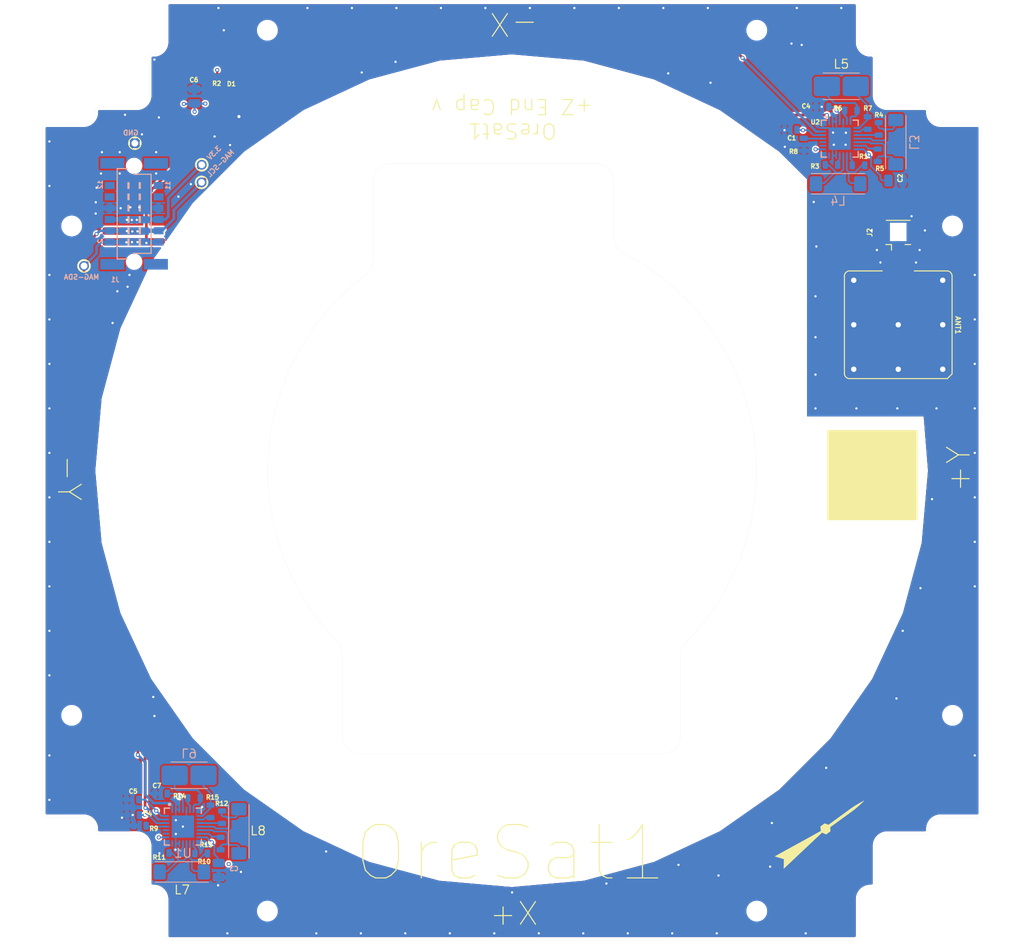
<source format=kicad_pcb>
(kicad_pcb (version 20241229) (generator "pcbnew") (generator_version "9.0")
  (layers (0 "F.Cu" signal) (4 "In1.Cu" signal) (6 "In2.Cu" signal) (2 "B.Cu" signal) (13 "F.Paste" user) (15 "B.Paste" user) (5 "F.SilkS" user "F.Silkscreen") (7 "B.SilkS" user "B.Silkscreen") (1 "F.Mask" user) (3 "B.Mask" user) (25 "Edge.Cuts" user))
  (net 0 "")
  (net 1 "GND")
  (net 2 "Net-(ANT1-A)")
  (net 3 "/MAG-SCL")
  (net 4 "/MAG-SDA")
  (net 9 "+3.3v")
  (net 10 "Net-(U2-ZDRVN)")
  (net 11 "Net-(U1-ZINP)")
  (net 12 "Net-(U1-REXT)")
  (net 13 "Net-(U2-YDRVN)")
  (net 14 "Net-(U1-YINP)")
  (net 15 "Net-(U1-ZINN)")
  (net 16 "Net-(U1-XDRVP)")
  (net 17 "Net-(U1-YDRVP)")
  (net 18 "Net-(U1-XDRVN)")
  (net 19 "Net-(U1-YDRVN)")
  (net 20 "Net-(U1-ZDRVP)")
  (net 21 "Net-(U2-XDRVN)")
  (net 22 "Net-(U2-YDRVP)")
  (net 23 "Net-(U2-XDRVP)")
  (net 24 "Net-(U2-ZDRVP)")
  (net 25 "Net-(U2-REXT)")
  (net 26 "Net-(U1-ZDRVN)")
  (net 27 "Net-(U2-YINP)")
  (net 28 "Net-(U2-XINP)")
  (net 29 "Net-(U2-YINN)")
  (net 30 "Net-(U2-XINN)")
  (net 31 "Net-(U2-ZINN)")
  (net 32 "Net-(U1-XINP)")
  (net 33 "Net-(U2-ZINP)")
  (net 34 "Net-(U1-XINN)")
  (net 35 "Net-(U1-YINN)")
  (net 36 "Net-(D1-A)")
  (footprint "Connector_Coaxial:U.FL_Hirose_U.FL-R-SMT-1_Vertical" (layer "F.Cu") (at 191.9 78.7 90)
    (property "Reference" "J2")
    (property "Value" "U.FL-R-SMA")
  )
  (footprint "MountingHole:MountingHole_2.1mm" (layer "F.Cu") (at 198 132.5)
    (property "Reference" "@HOLE4" (hide yes))
    (property "Value" "MountingHole_2.1mm")
  )
  (footprint "MountingHole:MountingHole_2.1mm" (layer "F.Cu") (at 99 132.5)
    (property "Reference" "@HOLE4" (hide yes))
    (property "Value" "MountingHole_2.1mm")
  )
  (footprint "oresat-misc:TestPoint-0.75mm-th" (layer "F.Cu") (at 113.62 70.62 -90)
    (property "Reference" "3.3V")
    (property "Value" "Test-Point" (hide yes))
  )
  (footprint "oresat-misc:TestPoint-0.75mm-th" (layer "F.Cu") (at 106.1 68.2 180)
    (property "Reference" "GND")
    (property "Value" "Test-Point" (hide yes))
  )
  (footprint "MountingHole:MountingHole_2.1mm" (layer "F.Cu") (at 176 55.5)
    (property "Reference" "@HOLE4" (hide yes))
    (property "Value" "MountingHole_2.1mm")
  )
  (footprint "MountingHole:MountingHole_2.1mm" (layer "F.Cu") (at 198 77.5)
    (property "Reference" "@HOLE4" (hide yes))
    (property "Value" "MountingHole_2.1mm")
  )
  (footprint "MountingHole:MountingHole_2.1mm" (layer "F.Cu") (at 99 77.5)
    (property "Reference" "@HOLE4" (hide yes))
    (property "Value" "MountingHole_2.1mm")
  )
  (footprint "oresat-passives:0603-C-NOSILK" (layer "F.Cu") (at 116.89 59.92 90)
    (property "Reference" "D1")
    (property "Value" "GRN")
  )
  (footprint "oresat-misc:RFMi-ANT1008-S-Band-Patch" (layer "F.Cu") (at 191.9 88.6 -90)
    (property "Reference" "ANT1")
    (property "Value" "ANT1008")
  )
  (footprint "MountingHole:MountingHole_2.1mm" (layer "F.Cu") (at 121 154.5)
    (property "Reference" "@HOLE4" (hide yes))
    (property "Value" "MountingHole_2.1mm")
  )
  (footprint "oresat-misc:TestPoint-0.75mm-th" (layer "F.Cu") (at 113.6 72.6 -90)
    (property "Reference" "MAG-SCL")
    (property "Value" "Test-Point" (hide yes))
  )
  (footprint "oresat-graphics:PSAS_LOGO_10X10" (layer "F.Cu") (at 183.350883 145.559957)
    (property "Reference" "LOGO1" (hide yes))
    (property "Value" "" (hide yes))
  )
  (footprint "oresat-passives:0603-C-NOSILK" (layer "F.Cu") (at 115.366 59.92 -90)
    (property "Reference" "R2")
    (property "Value" "2.7k")
  )
  (footprint "oresat-misc:TestPoint-0.75mm-th" (layer "F.Cu") (at 100.39 81.99 -90)
    (property "Reference" "MAG-SDA")
    (property "Value" "Test-Point" (hide yes))
  )
  (footprint "MountingHole:MountingHole_2.1mm" (layer "F.Cu") (at 176 154.5)
    (property "Reference" "@HOLE4" (hide yes))
    (property "Value" "MountingHole_2.1mm")
  )
  (footprint "MountingHole:MountingHole_2.1mm" (layer "F.Cu") (at 121 55.5)
    (property "Reference" "@HOLE4" (hide yes))
    (property "Value" "MountingHole_2.1mm")
  )
  (footprint "oresat0.5-plusz-end-cap:HARWIN-M55-70X1242R" (layer "B.Cu") (at 106.02 76.13 -90)
    (property "Reference" "J1")
    (property "Value" "M55-7011242R" (hide yes))
  )
  (footprint "oresat-passives:0603-C-NOSILK" (layer "B.Cu") (at 186.57 64.51 180)
    (property "Reference" "R6")
    (property "Value" "121")
  )
  (footprint "oresat-passives:0603-C-NOSILK" (layer "B.Cu") (at 105.852 141.9645 180)
    (property "Reference" "C5")
    (property "Value" "100n")
  )
  (footprint "oresat-passives:0603-C-NOSILK" (layer "B.Cu") (at 105.91 143.7 180)
    (property "Reference" "C4")
    (property "Value" "100n")
  )
  (footprint "oresat-passives:0603-C-NOSILK" (layer "B.Cu") (at 113.55 148.0275 180)
    (property "Reference" "R10")
    (property "Value" "121")
  )
  (footprint "oresat-passives:0603-C-NOSILK" (layer "B.Cu") (at 181.28 68.34 90)
    (property "Reference" "R8")
    (property "Value" "33k")
  )
  (footprint "oresat-passives:0603-C-NOSILK" (layer "B.Cu") (at 110.64 147.9675)
    (property "Reference" "R11")
    (property "Value" "121")
  )
  (footprint "oresat-misc:RM3100 SEN-XY-f" (layer "B.Cu") (at 185.135 72.76)
    (property "Reference" "L4")
    (property "Value" "SEN2-XY (x-axis)")
  )
  (footprint "oresat-misc:RM3100 SEN-XY-f" (layer "B.Cu") (at 111.37 150.0975)
    (property "Reference" "L7")
    (property "Value" "SEN1-XY (x-axis)")
  )
  (footprint "oresat-passives:0603-C-NOSILK" (layer "B.Cu") (at 184.4 70.63)
    (property "Reference" "R3")
    (property "Value" "121")
  )
  (footprint "oresat-passives:0805-C-NOSILK" (layer "B.Cu") (at 112.8 62.916 90)
    (property "Reference" "C6")
    (property "Value" "10u")
  )
  (footprint "oresat-misc:RM3100 SEN-Z-f" (layer "B.Cu") (at 185.5 61.8)
    (property "Reference" "L5")
    (property "Value" "SEN2-Z (z-axis)")
  )
  (footprint "oresat-passives:0603-C-NOSILK" (layer "B.Cu") (at 106.661 144.9)
    (property "Reference" "R9")
    (property "Value" "33k")
  )
  (footprint "oresat-passives:0603-C-NOSILK" (layer "B.Cu") (at 189.71 66.58 -90)
    (property "Reference" "R4")
    (property "Value" "121")
  )
  (footprint "oresat-misc:RM3100 SEN-XY-f" (layer "B.Cu") (at 191.62 68.08 90)
    (property "Reference" "L3")
    (property "Value" "SEN2-XY (y-axis)")
  )
  (footprint "oresat-passives:0603-C-NOSILK" (layer "B.Cu") (at 109.043 141.2965 180)
    (property "Reference" "C7")
    (property "Value" "100n")
  )
  (footprint "oresat-passives:0603-C-NOSILK" (layer "B.Cu") (at 189.59 69.55 90)
    (property "Reference" "R5")
    (property "Value" "121")
  )
  (footprint "oresat-misc:RM3100 SEN-Z-f" (layer "B.Cu") (at 112.2 139.2375)
    (property "Reference" "L9")
    (property "Value" "SEN1-Z (z-axis)")
  )
  (footprint "oresat-passives:0805-C-NOSILK" (layer "B.Cu") (at 115.52 149.8975 -90)
    (property "Reference" "C3")
    (property "Value" "10u")
  )
  (footprint "oresat-passives:0603-C-NOSILK" (layer "B.Cu") (at 179.82 66.68 180)
    (property "Reference" "C1")
    (property "Value" "100n")
  )
  (footprint "oresat-passives:0603-C-NOSILK" (layer "B.Cu") (at 187.43 70.68 180)
    (property "Reference" "R1")
    (property "Value" "121")
  )
  (footprint "oresat-misc:RM3100 SEN-XY-f" (layer "B.Cu") (at 117.79 145.5275 90)
    (property "Reference" "L8")
    (property "Value" "SEN1-XY (y-axis)")
  )
  (footprint "oresat-passives:0603-C-NOSILK" (layer "B.Cu") (at 112.76 141.7975 180)
    (property "Reference" "R14")
    (property "Value" "121")
  )
  (footprint "oresat-misc:RM3100-MagI2C" (layer "B.Cu") (at 111.5 145)
    (property "Reference" "U1")
    (property "Value" "RM3100")
  )
  (footprint "oresat-passives:0603-C-NOSILK" (layer "B.Cu") (at 188.46 65.93 -90)
    (property "Reference" "R7")
    (property "Value" "121")
  )
  (footprint "oresat-misc:RM3100-MagI2C" (layer "B.Cu") (at 185.325 67.68)
    (property "Reference" "U2")
    (property "Value" "RM3100" (hide yes))
  )
  (footprint "oresat-passives:0603-C-NOSILK" (layer "B.Cu") (at 183.375 64.105 180)
    (property "Reference" "C4")
    (property "Value" "100n" (hide yes))
  )
  (footprint "oresat-passives:0603-C-NOSILK" (layer "B.Cu") (at 115.74 146.9075 90)
    (property "Reference" "R13")
    (property "Value" "121")
  )
  (footprint "oresat-passives:0805-C-NOSILK" (layer "B.Cu") (at 191.6 72.4)
    (property "Reference" "C2")
    (property "Value" "10u")
  )
  (footprint "oresat-passives:0603-C-NOSILK" (layer "B.Cu") (at 114.61 143.2875 -90)
    (property "Reference" "R15")
    (property "Value" "121")
  )
  (footprint "oresat-passives:0603-C-NOSILK" (layer "B.Cu") (at 115.9 143.9475 -90)
    (property "Reference" "R12")
    (property "Value" "121")
  )
  (gr_rect (start 184 100.5) (end 194 110.5) (stroke (width 0.12)) (fill yes) (layer "F.SilkS"))
  (gr_arc (start 187.0005 52.1993) (mid 187.354053 52.345747) (end 187.5005 52.6993) (stroke (width 0.01)) (layer "Edge.Cuts"))
  (gr_line (start 188.7705 151.8993) (end 188.9005 151.8993) (stroke (width 0.01)) (layer "Edge.Cuts"))
  (gr_line (start 95.7005 143.4993) (end 95.7005 66.4993) (stroke (width 0.01)) (layer "Edge.Cuts"))
  (gr_arc (start 108.2305 151.8993) (mid 109.128526 152.271274) (end 109.5005 153.1693) (stroke (width 0.01)) (layer "Edge.Cuts"))
  (gr_line (start 109.5005 153.1693) (end 109.5005 157.2993) (stroke (width 0.01)) (layer "Edge.Cuts"))
  (gr_arc (start 161.018157 80.566292) (mid 175.611744 100.673896) (end 168.009422 124.327505) (stroke (width 0.01)) (layer "Edge.Cuts"))
  (gr_line (start 187.5005 157.2993) (end 187.5005 153.1693) (stroke (width 0.01)) (layer "Edge.Cuts"))
  (gr_arc (start 201.3005 143.4993) (mid 201.154053 143.852853) (end 200.8005 143.9993) (stroke (width 0.01)) (layer "Edge.Cuts"))
  (gr_line (start 96.2005 143.9993) (end 100.3305 143.9993) (stroke (width 0.01)) (layer "Edge.Cuts"))
  (gr_arc (start 167.43073 125.7346) (mid 167.581053 124.973862) (end 168.009422 124.327505) (stroke (width 0.01)) (layer "Edge.Cuts"))
  (gr_line (start 110.0005 157.7993) (end 187.0005 157.7993) (stroke (width 0.01)) (layer "Edge.Cuts"))
  (gr_arc (start 108.1005 151.8993) (mid 107.746947 151.752853) (end 107.6005 151.3993) (stroke (width 0.01)) (layer "Edge.Cuts"))
  (gr_line (start 102.1005 145.8993) (end 106.3305 145.8993) (stroke (width 0.01)) (layer "Edge.Cuts"))
  (gr_line (start 108.1005 58.0993) (end 108.2305 58.0993) (stroke (width 0.01)) (layer "Edge.Cuts"))
  (gr_arc (start 196.6705 65.9993) (mid 195.772474 65.627326) (end 195.4005 64.7293) (stroke (width 0.01)) (layer "Edge.Cuts"))
  (gr_line (start 189.4005 151.3993) (end 189.4005 147.1693) (stroke (width 0.01)) (layer "Edge.Cuts"))
  (gr_arc (start 110.0005 157.7993) (mid 109.646947 157.652853) (end 109.5005 157.2993) (stroke (width 0.01)) (layer "Edge.Cuts"))
  (gr_arc (start 106.3305 145.8993) (mid 107.228526 146.271274) (end 107.6005 147.1693) (stroke (width 0.01)) (layer "Edge.Cuts"))
  (gr_line (start 189.4005 58.5993) (end 189.4005 62.8293) (stroke (width 0.01)) (layer "Edge.Cuts"))
  (gr_arc (start 132.889682 72.49) (mid 133.475468 71.075786) (end 134.898185 70.49) (stroke (width 0.01)) (layer "Edge.Cuts"))
  (gr_arc (start 109.5005 56.8293) (mid 109.128526 57.727326) (end 108.2305 58.0993) (stroke (width 0.01)) (layer "Edge.Cuts"))
  (gr_line (start 102.1005 64.0993) (end 106.3305 64.0993) (stroke (width 0.01)) (layer "Edge.Cuts"))
  (gr_line (start 195.4005 64.5993) (end 195.4005 64.7293) (stroke (width 0.01)) (layer "Edge.Cuts"))
  (gr_arc (start 195.4005 145.2693) (mid 195.772474 144.371274) (end 196.6705 143.9993) (stroke (width 0.01)) (layer "Edge.Cuts"))
  (gr_line (start 129.419032 134.8154) (end 129.419032 125.596173) (stroke (width 0.01)) (layer "Edge.Cuts"))
  (gr_arc (start 194.9005 64.0993) (mid 195.254053 64.245747) (end 195.4005 64.5993) (stroke (width 0.01)) (layer "Edge.Cuts"))
  (gr_line (start 195.4005 145.3993) (end 195.4005 145.2693) (stroke (width 0.01)) (layer "Edge.Cuts"))
  (gr_line (start 134.898185 70.49) (end 157.9303 70.49) (stroke (width 0.01)) (layer "Edge.Cuts"))
  (gr_arc (start 190.6705 64.0993) (mid 189.772474 63.727326) (end 189.4005 62.8293) (stroke (width 0.01)) (layer "Edge.Cuts"))
  (gr_arc (start 187.5005 157.2993) (mid 187.354053 157.652853) (end 187.0005 157.7993) (stroke (width 0.01)) (layer "Edge.Cuts"))
  (gr_arc (start 188.9005 58.0993) (mid 189.254053 58.245747) (end 189.4005 58.5993) (stroke (width 0.01)) (layer "Edge.Cuts"))
  (gr_line (start 110.0005 52.1993) (end 187.0005 52.1993) (stroke (width 0.01)) (layer "Edge.Cuts"))
  (gr_line (start 196.6705 143.9993) (end 200.8005 143.9993) (stroke (width 0.01)) (layer "Edge.Cuts"))
  (gr_arc (start 107.6005 62.8293) (mid 107.228526 63.727326) (end 106.3305 64.0993) (stroke (width 0.01)) (layer "Edge.Cuts"))
  (gr_line (start 190.6705 145.8993) (end 194.9005 145.8993) (stroke (width 0.01)) (layer "Edge.Cuts"))
  (gr_line (start 167.43073 125.7346) (end 167.43073 134.8153) (stroke (width 0.01)) (layer "Edge.Cuts"))
  (gr_line (start 101.6005 145.2693) (end 101.6005 145.3993) (stroke (width 0.01)) (layer "Edge.Cuts"))
  (gr_line (start 107.6005 62.8293) (end 107.6005 58.5993) (stroke (width 0.01)) (layer "Edge.Cuts"))
  (gr_arc (start 189.4005 151.3993) (mid 189.254053 151.752853) (end 188.9005 151.8993) (stroke (width 0.01)) (layer "Edge.Cuts"))
  (gr_arc (start 189.4005 147.1693) (mid 189.772474 146.271274) (end 190.6705 145.8993) (stroke (width 0.01)) (layer "Edge.Cuts"))
  (gr_arc (start 128.849585 124.198415) (mid 129.271204 124.841521) (end 129.418994 125.596173) (stroke (width 0.01)) (layer "Edge.Cuts"))
  (gr_arc (start 101.6005 64.5993) (mid 101.746947 64.245747) (end 102.1005 64.0993) (stroke (width 0.01)) (layer "Edge.Cuts"))
  (gr_arc (start 132.889682 81.3807) (mid 132.677126 82.277952) (end 132.084638 82.98448) (stroke (width 0.01)) (layer "Edge.Cuts"))
  (gr_arc (start 107.6005 58.5993) (mid 107.746947 58.245747) (end 108.1005 58.0993) (stroke (width 0.01)) (layer "Edge.Cuts"))
  (gr_arc (start 167.43073 134.8153) (mid 166.839154 136.235332) (end 165.413165 136.815353) (stroke (width 0.01)) (layer "Edge.Cuts"))
  (gr_line (start 196.6705 65.9993) (end 200.8005 65.9993) (stroke (width 0.01)) (layer "Edge.Cuts"))
  (gr_arc (start 187.5005 153.1693) (mid 187.872474 152.271274) (end 188.7705 151.8993) (stroke (width 0.01)) (layer "Edge.Cuts"))
  (gr_line (start 101.6005 64.7293) (end 101.6005 64.5993) (stroke (width 0.01)) (layer "Edge.Cuts"))
  (gr_line (start 96.2005 65.9993) (end 100.3305 65.9993) (stroke (width 0.01)) (layer "Edge.Cuts"))
  (gr_arc (start 157.9303 70.49) (mid 159.344532 71.075786) (end 159.9303 72.49) (stroke (width 0.01)) (layer "Edge.Cuts"))
  (gr_line (start 109.5005 56.8293) (end 109.5005 52.6993) (stroke (width 0.01)) (layer "Edge.Cuts"))
  (gr_arc (start 195.4005 145.3993) (mid 195.254053 145.752853) (end 194.9005 145.8993) (stroke (width 0.01)) (layer "Edge.Cuts"))
  (gr_arc (start 101.6005 64.7293) (mid 101.228526 65.627326) (end 100.3305 65.9993) (stroke (width 0.01)) (layer "Edge.Cuts"))
  (gr_arc (start 96.2005 143.9993) (mid 95.846947 143.852853) (end 95.7005 143.4993) (stroke (width 0.01)) (layer "Edge.Cuts"))
  (gr_arc (start 200.8005 65.9993) (mid 201.154053 66.145747) (end 201.3005 66.4993) (stroke (width 0.01)) (layer "Edge.Cuts"))
  (gr_arc (start 95.7005 66.4993) (mid 95.846947 66.145747) (end 96.2005 65.9993) (stroke (width 0.01)) (layer "Edge.Cuts"))
  (gr_line (start 190.6705 64.0993) (end 194.9005 64.0993) (stroke (width 0.01)) (layer "Edge.Cuts"))
  (gr_line (start 188.7705 58.0993) (end 188.9005 58.0993) (stroke (width 0.01)) (layer "Edge.Cuts"))
  (gr_arc (start 102.1005 145.8993) (mid 101.746947 145.752853) (end 101.6005 145.3993) (stroke (width 0.01)) (layer "Edge.Cuts"))
  (gr_line (start 159.930318 72.49) (end 159.930318 78.79578) (stroke (width 0.01)) (layer "Edge.Cuts"))
  (gr_line (start 187.5005 52.6993) (end 187.5005 56.8293) (stroke (width 0.01)) (layer "Edge.Cuts"))
  (gr_arc (start 161.018157 80.566292) (mid 160.223813 79.829409) (end 159.930318 78.79578) (stroke (width 0.01)) (layer "Edge.Cuts"))
  (gr_line (start 165.413165 136.815353) (end 131.419 136.815353) (stroke (width 0.01)) (layer "Edge.Cuts"))
  (gr_line (start 108.1005 151.8993) (end 108.2305 151.8993) (stroke (width 0.01)) (layer "Edge.Cuts"))
  (gr_line (start 201.3005 143.4993) (end 201.3005 66.4993) (stroke (width 0.01)) (layer "Edge.Cuts"))
  (gr_line (start 132.889682 81.3807) (end 132.889682 72.49) (stroke (width 0.01)) (layer "Edge.Cuts"))
  (gr_arc (start 128.849585 124.198415) (mid 121.11454 102.857325) (end 132.084638 82.98448) (stroke (width 0.01)) (layer "Edge.Cuts"))
  (gr_arc (start 109.5005 52.6993) (mid 109.646947 52.345747) (end 110.0005 52.1993) (stroke (width 0.01)) (layer "Edge.Cuts"))
  (gr_line (start 107.6005 147.1693) (end 107.6005 151.3993) (stroke (width 0.01)) (layer "Edge.Cuts"))
  (gr_arc (start 188.7705 58.0993) (mid 187.872474 57.727326) (end 187.5005 56.8293) (stroke (width 0.01)) (layer "Edge.Cuts"))
  (gr_arc (start 100.3305 143.9993) (mid 101.228526 144.371274) (end 101.6005 145.2693) (stroke (width 0.01)) (layer "Edge.Cuts"))
  (gr_arc (start 131.419 136.815353) (mid 130.004798 136.229587) (end 129.419047 134.8154) (stroke (width 0.01)) (layer "Edge.Cuts"))
  (gr_text "+X" (at 148.7 154.8 0) (layer "F.SilkS") (effects (font (size 2.55 2.55) (thickness 0.125))))
  (gr_text "-Y" (at 98.7 105.8 270) (layer "F.SilkS") (effects (font (size 2.55 2.55) (thickness 0.125))))
  (gr_text "${ISSUE_DATE}" (at 148.32 61.14 180) (layer "F.SilkS") (effects (font (size 1.7 1.7) (thickness 0.125))))
  (gr_text "+Y" (at 198.7 104.8 90) (layer "F.SilkS") (effects (font (size 2.55 2.55) (thickness 0.125))))
  (gr_text "OreSat1" (at 148.2989 148 0) (layer "F.SilkS") (effects (font (size 6 6) (thickness 0.125) (bold yes))))
  (gr_text "OreSat1\n+Z End Cap v${REVISION}" (at 148.52 65.44 180) (layer "F.SilkS") (effects (font (size 1.7 1.7) (thickness 0.125))))
  (gr_text "-X" (at 148.7 54.8 180) (layer "F.SilkS") (effects (font (size 2.55 2.55) (thickness 0.125))))
  (via (at 116.647 149.2035) (size 0.4572) (drill 0.254) (layers "F.Cu" "B.Cu") (net 0))
  (via (at 113.661 142.8) (size 0.4572) (drill 0.254) (layers "F.Cu" "B.Cu") (net 1))
  (via (at 104.4 69.2) (size 0.508) (drill 0.254) (layers "F.Cu" "B.Cu") (net 1))
  (via (at 130.5 53) (size 0.508) (drill 0.254) (layers "F.Cu" "B.Cu") (net 1))
  (via (at 96.5 68) (size 0.508) (drill 0.254) (layers "F.Cu" "B.Cu") (net 1))
  (via (at 105 65) (size 0.508) (drill 0.254) (layers "F.Cu" "B.Cu") (net 1))
  (via (at 177.5 149.5) (size 0.508) (drill 0.254) (layers "F.Cu" "B.Cu") (net 1))
  (via (at 200.5 83) (size 0.508) (drill 0.254) (layers "F.Cu" "B.Cu") (net 1))
  (via (at 151.5 157) (size 0.508) (drill 0.254) (layers "F.Cu" "B.Cu") (net 1))
  (via (at 200.5 113) (size 0.508) (drill 0.254) (layers "F.Cu" "B.Cu") (net 1))
  (via (at 191.8 98) (size 0.508) (drill 0.254) (layers "F.Cu" "B.Cu") (net 1))
  (via (at 200.5 88) (size 0.508) (drill 0.254) (layers "F.Cu" "B.Cu") (net 1))
  (via (at 101.8 73.2) (size 0.508) (drill 0.254) (layers "F.Cu" "B.Cu") (net 1))
  (via (at 185.985 68.37) (size 0.508) (drill 0.254) (layers "F.Cu" "B.Cu") (net 1))
  (via (at 183.8 138.4) (size 0.508) (drill 0.254) (layers "F.Cu" "B.Cu") (net 1))
  (via (at 150.5 53) (size 0.508) (drill 0.254) (layers "F.Cu" "B.Cu") (net 1))
  (via (at 105.6 75.4) (size 0.508) (drill 0.254) (layers "F.Cu" "B.Cu") (net 1))
  (via (at 135.4 59.05) (size 0.508) (drill 0.254) (layers "F.Cu" "B.Cu") (net 1))
  (via (at 156.5 157) (size 0.508) (drill 0.254) (layers "F.Cu" "B.Cu") (net 1))
  (via (at 170.5 53) (size 0.508) (drill 0.254) (layers "F.Cu" "B.Cu") (net 1))
  (via (at 106.6 75.4) (size 0.508) (drill 0.254) (layers "F.Cu" "B.Cu") (net 1))
  (via (at 108.3 58.8) (size 0.508) (drill 0.254) (layers "F.Cu" "B.Cu") (net 1))
  (via (at 111 74.2) (size 0.508) (drill 0.254) (layers "F.Cu" "B.Cu") (net 1))
  (via (at 196.2 98) (size 0.508) (drill 0.254) (layers "F.Cu" "B.Cu") (net 1))
  (via (at 170.8 61.4) (size 0.508) (drill 0.254) (layers "F.Cu" "B.Cu") (net 1))
  (via (at 102.4 69.2) (size 0.508) (drill 0.254) (layers "F.Cu" "B.Cu") (net 1))
  (via (at 148.5 152.4) (size 0.508) (drill 0.254) (layers "F.Cu" "B.Cu") (net 1))
  (via (at 194.4 118.2) (size 0.508) (drill 0.254) (layers "F.Cu" "B.Cu") (net 1))
  (via (at 103.6 88.4) (size 0.508) (drill 0.254) (layers "F.Cu" "B.Cu") (net 1))
  (via (at 96.5 93) (size 0.508) (drill 0.254) (layers "F.Cu" "B.Cu") (net 1))
  (via (at 125.5 53) (size 0.508) (drill 0.254) (layers "F.Cu" "B.Cu") (net 1))
  (via (at 110.71 145.83) (size 0.4572) (drill 0.254) (layers "F.Cu" "B.Cu") (net 1))
  (via (at 105.861 143.7) (size 0.4572) (drill 0.254) (layers "F.Cu" "B.Cu") (net 1))
  (via (at 177.7 144.6) (size 0.508) (drill 0.254) (layers "F.Cu" "B.Cu") (net 1))
  (via (at 104.661 144) (size 0.4572) (drill 0.254) (layers "F.Cu" "B.Cu") (net 1))
  (via (at 200.5 118) (size 0.508) (drill 0.254) (layers "F.Cu" "B.Cu") (net 1))
  (via (at 180.5 53) (size 0.508) (drill 0.254) (layers "F.Cu" "B.Cu") (net 1))
  (via (at 182.6 98) (size 0.508) (drill 0.254) (layers "F.Cu" "B.Cu") (net 1))
  (via (at 115.461 151.6) (size 0.4572) (drill 0.254) (layers "F.Cu" "B.Cu") (net 1))
  (via (at 104.14 84.836) (size 0.508) (drill 0.254) (layers "F.Cu" "B.Cu") (net 1))
  (via (at 166.5 157) (size 0.508) (drill 0.254) (layers "F.Cu" "B.Cu") (net 1))
  (via (at 115.5 53) (size 0.508) (drill 0.254) (layers "F.Cu" "B.Cu") (net 1))
  (via (at 188.9 78) (size 0.508) (drill 0.254) (layers "F.Cu" "B.Cu") (net 1))
  (via (at 200.5 108) (size 0.508) (drill 0.254) (layers "F.Cu" "B.Cu") (net 1))
  (via (at 96.5 113) (size 0.508) (drill 0.254) (layers "F.Cu" "B.Cu") (net 1))
  (via (at 195.7 108.2) (size 0.508) (drill 0.254) (layers "F.Cu" "B.Cu") (net 1))
  (via (at 127.6 147.8) (size 0.508) (drill 0.254) (layers "F.Cu" "B.Cu") (net 1))
  (via (at 96.5 88) (size 0.508) (drill 0.254) (layers "F.Cu" "B.Cu") (net 1))
  (via (at 131.5 157) (size 0.508) (drill 0.254) (layers "F.Cu" "B.Cu") (net 1))
  (via (at 140.5 53) (size 0.508) (drill 0.254) (layers "F.Cu" "B.Cu") (net 1))
  (via (at 183.3 64.105) (size 0.508) (drill 0.254) (layers "F.Cu" "B.Cu") (net 1))
  (via (at 184.575 67) (size 0.508) (drill 0.254) (layers "F.Cu" "B.Cu") (net 1))
  (via (at 191.7 130.6) (size 0.508) (drill 0.254) (layers "F.Cu" "B.Cu") (net 1))
  (via (at 194.3 80.2) (size 0.508) (drill 0.254) (layers "F.Cu" "B.Cu") (net 1))
  (via (at 108.172 130.431) (size 0.508) (drill 0.254) (layers "F.Cu" "B.Cu") (net 1))
  (via (at 105.283 84.328) (size 0.508) (drill 0.254) (layers "F.Cu" "B.Cu") (net 1))
  (via (at 200.5 137) (size 0.508) (drill 0.254) (layers "F.Cu" "B.Cu") (net 1))
  (via (at 108.8 65.3) (size 0.508) (drill 0.254) (layers "F.Cu" "B.Cu") (net 1))
  (via (at 115.062 67.437) (size 0.508) (drill 0.254) (layers "F.Cu" "B.Cu") (net 1))
  (via (at 96.5 128) (size 0.508) (drill 0.254) (layers "F.Cu" "B.Cu") (net 1))
  (via (at 189.5 80.2) (size 0.508) (drill 0.254) (layers "F.Cu" "B.Cu") (net 1))
  (via (at 136.5 157) (size 0.508) (drill 0.254) (layers "F.Cu" "B.Cu") (net 1))
  (via (at 182.6 90) (size 0.508) (drill 0.254) (layers "F.Cu" "B.Cu") (net 1))
  (via (at 108.5 71.6) (size 0.508) (drill 0.254) (layers "F.Cu" "B.Cu") (net 1))
  (via (at 185.5 53) (size 0.508) (drill 0.254) (layers "F.Cu" "B.Cu") (net 1))
  (via (at 187.2 98) (size 0.508) (drill 0.254) (layers "F.Cu" "B.Cu") (net 1))
  (via (at 116.5 157) (size 0.508) (drill 0.254) (layers "F.Cu" "B.Cu") (net 1))
  (via (at 96.5 98) (size 0.508) (drill 0.254) (layers "F.Cu" "B.Cu") (net 1))
  (via (at 112.4 72.8) (size 0.508) (drill 0.254) (layers "F.Cu" "B.Cu") (net 1))
  (via (at 179.15 68.6) (size 0.508) (drill 0.254) (layers "F.Cu" "B.Cu") (net 1))
  (via (at 108.5 69.2) (size 0.508) (drill 0.254) (layers "F.Cu" "B.Cu") (net 1))
  (via (at 193.9 81.6) (size 0.508) (drill 0.254) (layers "F.Cu" "B.Cu") (net 1))
  (via (at 166.05 60.35) (size 0.508) (drill 0.254) (layers "F.Cu" "B.Cu") (net 1))
  (via (at 111.5 145) (size 0.4572) (drill 0.254) (layers "F.Cu" "B.Cu") (net 1))
  (via (at 200.5 103) (size 0.508) (drill 0.254) (layers "F.Cu" "B.Cu") (net 1))
  (via (at 181.5 157) (size 0.508) (drill 0.254) (layers "F.Cu" "B.Cu") (net 1))
  (via (at 146.5 157) (size 0.508) (drill 0.254) (layers "F.Cu" "B.Cu") (net 1))
  (via (at 118.023 150.0965) (size 0.508) (drill 0.254) (layers "F.Cu" "B.Cu") (net 1))
  (via (at 131.6 60.25) (size 0.508) (drill 0.254) (layers "F.Cu" "B.Cu") (net 1))
  (via (at 179.9 57) (size 0.508) (drill 0.254) (layers "F.Cu" "B.Cu") (net 1))
  (via (at 171.7 150.5) (size 0.508) (drill 0.254) (layers "F.Cu" "B.Cu") (net 1))
  (via (at 135.5 53) (size 0.508) (drill 0.254) (layers "F.Cu" "B.Cu") (net 1))
  (via (at 96.5 142) (size 0.508) (drill 0.254) (layers "F.Cu" "B.Cu") (net 1))
  (via (at 200.5 93) (size 0.508) (drill 0.254) (layers "F.Cu" "B.Cu") (net 1))
  (via (at 96.5 123) (size 0.508) (drill 0.254) (layers "F.Cu" "B.Cu") (net 1))
  (via (at 114.061 147) (size 0.4572) (drill 0.254) (layers "F.Cu" "B.Cu") (net 1))
  (via (at 192.4 123) (size 0.508) (drill 0.254) (layers "F.Cu" "B.Cu") (net 1))
  (via (at 96.5 73) (size 0.508) (drill 0.254) (layers "F.Cu" "B.Cu") (net 1))
  (via (at 194.9 78) (size 0.508) (drill 0.254) (layers "F.Cu" "B.Cu") (net 1))
  (via (at 167.2 149.3) (size 0.508) (drill 0.254) (layers "F.Cu" "B.Cu") (net 1))
  (via (at 186.015 67.02) (size 0.508) (drill 0.254) (layers "F.Cu" "B.Cu") (net 1))
  (via (at 161.5 157) (size 0.508) (drill 0.254) (layers "F.Cu" "B.Cu") (net 1))
  (via (at 179.115 66.73) (size 0.508) (drill 0.254) (layers "F.Cu" "B.Cu") (net 1))
  (via (at 181.05 57.15) (size 0.508) (drill 0.254) (layers "F.Cu" "B.Cu") (net 1))
  (via (at 96.5 108) (size 0.508) (drill 0.254) (layers "F.Cu" "B.Cu") (net 1))
  (via (at 104.5 75.5) (size 0.508) (drill 0.254) (layers "F.Cu" "B.Cu") (net 1))
  (via (at 184.655 68.37) (size 0.508) (drill 0.254) (layers "F.Cu" "B.Cu") (net 1))
  (via (at 182.4 74.8) (size 0.508) (drill 0.254) (layers "F.Cu" "B.Cu") (net 1))
  (via (at 106.9 67.2) (size 0.508) (drill 0.254) (layers "F.Cu" "B.Cu") (net 1))
  (via (at 102.3 71.6) (size 0.508) (drill 0.254) (layers "F.Cu" "B.Cu") (net 1))
  (via (at 182.6 85.4) (size 0.508) (drill 0.254) (layers "F.Cu" "B.Cu") (net 1))
  (via (at 159.1 151.4) (size 0.508) (drill 0.254) (layers "F.Cu" "B.Cu") (net 1))
  (via (at 117.8 65.2) (size 0.604) (drill 0.35) (layers "F.Cu" "B.Cu") (net 1))
  (via (at 96.5 103) (size 0.508) (drill 0.254) (layers "F.Cu" "B.Cu") (net 1))
  (via (at 126.5 157) (size 0.508) (drill 0.254) (layers "F.Cu" "B.Cu") (net 1))
  (via (at 108.302 132.571) (size 0.508) (drill 0.254) (layers "F.Cu" "B.Cu") (net 1))
  (via (at 105.5 83) (size 0.508) (drill 0.254) (layers "F.Cu" "B.Cu") (net 1))
  (via (at 145.5 53) (size 0.508) (drill 0.254) (layers "F.Cu" "B.Cu") (net 1))
  (via (at 96.5 137) (size 0.508) (drill 0.254) (layers "F.Cu" "B.Cu") (net 1))
  (via (at 116.1 55.5) (size 0.508) (drill 0.254) (layers "F.Cu" "B.Cu") (net 1))
  (via (at 104.4 71.6) (size 0.508) (drill 0.254) (layers "F.Cu" "B.Cu") (net 1))
  (via (at 160.5 53) (size 0.508) (drill 0.254) (layers "F.Cu" "B.Cu") (net 1))
  (via (at 101.71 74.83) (size 0.508) (drill 0.254) (layers "F.Cu" "B.Cu") (net 1))
  (via (at 116.8 68.4) (size 0.508) (drill 0.254) (layers "F.Cu" "B.Cu") (net 1))
  (via (at 108.861 148) (size 0.4572) (drill 0.254) (layers "F.Cu" "B.Cu") (net 1))
  (via (at 182.7 79.8) (size 0.508) (drill 0.254) (layers "F.Cu" "B.Cu") (net 1))
  (via (at 200.5 98) (size 0.508) (drill 0.254) (layers "F.Cu" "B.Cu") (net 1))
  (via (at 189.9 81.6) (size 0.508) (drill 0.254) (layers "F.Cu" "B.Cu") (net 1))
  (via (at 165.5 53) (size 0.508) (drill 0.254) (layers "F.Cu" "B.Cu") (net 1))
  (via (at 110.661 147.6) (size 0.4572) (drill 0.254) (layers "F.Cu" "B.Cu") (net 1))
  (via (at 110.71 144.28) (size 0.4572) (drill 0.254) (layers "F.Cu" "B.Cu") (net 1))
  (via (at 141.5 157) (size 0.508) (drill 0.254) (layers "F.Cu" "B.Cu") (net 1))
  (via (at 101.7 76.1) (size 0.508) (drill 0.254) (layers "F.Cu" "B.Cu") (net 1))
  (via (at 182.6 94.2) (size 0.508) (drill 0.254) (layers "F.Cu" "B.Cu") (net 1))
  (via (at 171.5 157) (size 0.508) (drill 0.254) (layers "F.Cu" "B.Cu") (net 1))
  (via (at 155.5 53) (size 0.508) (drill 0.254) (layers "F.Cu" "B.Cu") (net 1))
  (via (at 193.4 76.4) (size 0.508) (drill 0.254) (layers "F.Cu" "B.Cu") (net 1))
  (via (at 96.5 83) (size 0.508) (drill 0.254) (layers "F.Cu" "B.Cu") (net 1))
  (via (at 96.5 118) (size 0.508) (drill 0.254) (layers "F.Cu" "B.Cu") (net 1))
  (segment (start 111.91 143.1025) (end 111.91 144.61) (width 0.127) (layer "B.Cu") (net 1))
  (segment (start 185.725 65.7725) (end 185.725 67.28) (width 0.127) (layer "B.Cu") (net 1))
  (segment (start 184.925 65.7725) (end 184.925 67.28) (width 0.127) (layer "B.Cu") (net 1))
  (segment (start 184.925 68.08) (end 185.325 67.68) (width 0.127) (layer "B.Cu") (net 1))
  (segment (start 184.925 65.7725) (end 184.525 65.7725) (width 0.127) (layer "B.Cu") (net 1))
  (segment (start 184.525 69.5875) (end 184.925 69.5875) (width 0.127) (layer "B.Cu") (net 1))
  (segment (start 184.125 66.48) (end 185.325 67.68) (width 0.2) (layer "B.Cu") (net 1))
  (segment (start 184.525 69.5875) (end 184.525 68.5) (width 0.127) (layer "B.Cu") (net 1))
  (segment (start 110.71 146.9175) (end 111.11 146.9175) (width 0.127) (layer "B.Cu") (net 1))
  (segment (start 184.525 66.95) (end 184.575 67) (width 0.127) (layer "B.Cu") (net 1))
  (segment (start 184.525 68.5) (end 184.655 68.37) (width 0.127) (layer "B.Cu") (net 1))
  (segment (start 110.71 146.9175) (end 110.71 145.83) (width 0.127) (layer "B.Cu") (net 1))
  (segment (start 184.925 69.5875) (end 184.925 68.08) (width 0.127) (layer "B.Cu") (net 1))
  (segment (start 110.71 143.1025) (end 110.71 144.28) (width 0.127) (layer "B.Cu") (net 1))
  (segment (start 184.525 65.7725) (end 184.525 66.95) (width 0.127) (layer "B.Cu") (net 1))
  (segment (start 111.11 143.1025) (end 110.71 143.1025) (width 0.127) (layer "B.Cu") (net 1))
  (segment (start 185.725 67.28) (end 185.325 67.68) (width 0.127) (layer "B.Cu") (net 1))
  (segment (start 183.4175 66.48) (end 184.125 66.48) (width 0.2) (layer "B.Cu") (net 1))
  (segment (start 191.9 79.75) (end 191.9 82.1) (width 1) (layer "F.Cu") (net 2))
  (segment (start 129.2 57) (end 113.6 72.6) (width 0.3) (layer "F.Cu") (net 3))
  (segment (start 99 124.29) (end 99 81.2) (width 0.3) (layer "F.Cu") (net 3))
  (segment (start 106.44 136.4) (end 106.44 131.73) (width 0.3) (layer "F.Cu") (net 3))
  (segment (start 171 57) (end 129.2 57) (width 0.3) (layer "F.Cu") (net 3))
  (segment (start 106.44 131.73) (end 99 124.29) (width 0.3) (layer "F.Cu") (net 3))
  (segment (start 106.44075 136.93925) (end 106.44075 136.40075) (width 0.3) (layer "F.Cu") (net 3))
  (segment (start 106.44075 136.40075) (end 106.44 136.4) (width 0.3) (layer "F.Cu") (net 3))
  (segment (start 183.875 65.03) (end 179.03 65.03) (width 0.3) (layer "F.Cu") (net 3))
  (segment (start 179.03 65.03) (end 171 57) (width 0.3) (layer "F.Cu") (net 3))
  (segment (start 99 81.2) (end 101.8 78.4) (width 0.3) (layer "F.Cu") (net 3))
  (via (at 106.44075 136.93925) (size 0.4572) (drill 0.254) (layers "F.Cu" "B.Cu") (net 3))
  (via (at 105.82 78.11) (size 0.4572) (drill 0.254) (layers "F.Cu" "B.Cu") (net 3))
  (via (at 101.8 78.4) (size 0.4572) (drill 0.254) (layers "F.Cu" "B.Cu") (net 3))
  (via (at 183.875 65.03) (size 0.4572) (drill 0.254) (layers "F.Cu" "B.Cu") (net 3))
  (via (at 106.4 78.1) (size 0.4572) (drill 0.254) (layers "F.Cu" "B.Cu") (net 3))
  (via (at 105.2 78.07) (size 0.4572) (drill 0.254) (layers "F.Cu" "B.Cu") (net 3))
  (segment (start 106.44075 136.93925) (end 107.29 137.7885) (width 0.3) (layer "B.Cu") (net 3))
  (segment (start 108.77 78.035) (end 109.163 78.035) (width 0.3) (layer "B.Cu") (net 3))
  (segment (start 109.163 78.035) (end 110.49 76.708) (width 0.3) (layer "B.Cu") (net 3))
  (segment (start 110.3 142.6) (end 110.3 143.0925) (width 0.2) (layer "B.Cu") (net 3))
  (segment (start 103.27 78.035) (end 102.165 78.035) (width 0.3) (layer "B.Cu") (net 3))
  (segment (start 110.49 76.708) (end 110.49 75.71) (width 0.3) (layer "B.Cu") (net 3))
  (segment (start 110.49 75.71) (end 113.6 72.6) (width 0.3) (layer "B.Cu") (net 3))
  (segment (start 102.165 78.035) (end 101.8 78.4) (width 0.3) (layer "B.Cu") (net 3))
  (segment (start 110.06 142.36) (end 110.3 142.6) (width 0.3) (layer "B.Cu") (net 3))
  (segment (start 184.125 65.28) (end 184.125 65.7725) (width 0.2) (layer "B.Cu") (net 3))
  (segment (start 107.29 137.7885) (end 107.29 141.44) (width 0.3) (layer "B.Cu") (net 3))
  (segment (start 183.875 65.03) (end 184.125 65.28) (width 0.2) (layer "B.Cu") (net 3))
  (segment (start 108.21 142.36) (end 110.06 142.36) (width 0.3) (layer "B.Cu") (net 3))
  (segment (start 107.29 141.44) (end 108.21 142.36) (width 0.3) (layer "B.Cu") (net 3))
  (segment (start 107.25 142.85) (end 107.3 142.9) (width 0.3) (layer "F.Cu") (net 4))
  (segment (start 100.38 124.38) (end 107.25 131.25) (width 0.3) (layer "F.Cu") (net 4))
  (segment (start 100.38 82) (end 100.38 124.38) (width 0.3) (layer "F.Cu") (net 4))
  (segment (start 107.4 74) (end 107.4 79.4) (width 0.3) (layer "F.Cu") (net 4))
  (segment (start 174.4 58.6) (end 171.8 56) (width 0.3) (layer "F.Cu") (net 4))
  (segment (start 125.4 56) (end 107.4 74) (width 0.3) (layer "F.Cu") (net 4))
  (segment (start 107.25 131.25) (end 107.25 142.85) (width 0.3) (layer "F.Cu") (net 4))
  (segment (start 100.39 81.99) (end 100.38 82) (width 0.3) (layer "F.Cu") (net 4))
  (segment (start 171.8 56) (end 125.4 56) (width 0.3) (layer "F.Cu") (net 4))
  (via (at 106.4 79.31) (size 0.4572) (drill 0.254) (layers "F.Cu" "B.Cu") (net 4))
  (via (at 105.15 79.33) (size 0.4572) (drill 0.254) (layers "F.Cu" "B.Cu") (net 4))
  (via (at 107.4 79.4) (size 0.4572) (drill 0.254) (layers "F.Cu" "B.Cu") (net 4))
  (via (at 107.3 142.9) (size 0.4572) (drill 0.254) (layers "F.Cu" "B.Cu") (net 4))
  (via (at 174.4 58.6) (size 0.4572) (drill 0.254) (layers "F.Cu" "B.Cu") (net 4))
  (via (at 105.78 79.31) (size 0.4572) (drill 0.254) (layers "F.Cu" "B.Cu") (net 4))
  (segment (start 174.4 58.6) (end 181.335 65.535) (width 0.3) (layer "B.Cu") (net 4))
  (segment (start 182.675 66.88) (end 182.925 66.88) (width 0.3) (layer "B.Cu") (net 4))
  (segment (start 101.8 80.58) (end 100.39 81.99) (width 0.3) (layer "B.Cu") (net 4))
  (segment (start 108.675 79.4) (end 108.77 79.305) (width 0.3) (layer "B.Cu") (net 4))
  (segment (start 181.335 65.535) (end 181.335 65.54) (width 0.3) (layer "B.Cu") (net 4))
  (segment (start 107.3 142.9) (end 107.44 142.9) (width 0.3) (layer "B.Cu") (net 4))
  (segment (start 102.305 79.305) (end 101.8 79.81) (width 0.3) (layer "B.Cu") (net 4))
  (segment (start 181.335 65.54) (end 182.675 66.88) (width 0.3) (layer "B.Cu") (net 4))
  (segment (start 108.74 144.2) (end 109.5925 144.2) (width 0.2) (layer "B.Cu") (net 4))
  (segment (start 101.8 79.81) (end 101.8 80.58) (width 0.3) (layer "B.Cu") (net 4))
  (segment (start 183.4175 66.88) (end 182.925 66.88) (width 0.2) (layer "B.Cu") (net 4))
  (segment (start 107.44 142.9) (end 108.74 144.2) (width 0.3) (layer "B.Cu") (net 4))
  (segment (start 107.4 79.4) (end 108.675 79.4) (width 0.3) (layer "B.Cu") (net 4))
  (segment (start 103.27 79.305) (end 102.305 79.305) (width 0.3) (layer "B.Cu") (net 4))
  (segment (start 115.36 59.97) (end 115.36 60.614) (width 0.25) (layer "F.Cu") (net 9))
  (segment (start 115.36 60.614) (end 115.366 60.62) (width 0.127) (layer "F.Cu") (net 9))
  (via (at 182.605 68.88) (size 0.4572) (drill 0.254) (layers "F.Cu" "B.Cu") (net 9))
  (via (at 105.2 76.81) (size 0.4572) (drill 0.254) (layers "F.Cu" "B.Cu") (net 9))
  (via (at 114.02 63.75) (size 0.4572) (drill 0.254) (layers "F.Cu" "B.Cu") (net 9))
  (via (at 106.32 76.81) (size 0.4572) (drill 0.254) (layers "F.Cu" "B.Cu") (net 9))
  (via (at 107.24 143.7) (size 0.4572) (drill 0.254) (layers "F.Cu" "B.Cu") (net 9))
  (via (at 181.195 66.73) (size 0.4572) (drill 0.254) (layers "F.Cu" "B.Cu") (net 9))
  (via (at 115.36 59.97) (size 0.4572) (drill 0.254) (layers "F.Cu" "B.Cu") (net 9))
  (via (at 114.75 146.77) (size 0.4572) (drill 0.254) (layers "F.Cu" "B.Cu") (net 9))
  (via (at 108.79 146.21) (size 0.4572) (drill 0.254) (layers "F.Cu" "B.Cu") (net 9))
  (via (at 188.59 69.47) (size 0.4572) (drill 0.254) (layers "F.Cu" "B.Cu") (net 9))
  (via (at 108.50725 143.22275) (size 0.4572) (drill 0.254) (layers "F.Cu" "B.Cu") (net 9))
  (via (at 111.11 141.63) (size 0.4572) (drill 0.254) (layers "F.Cu" "B.Cu") (net 9))
  (via (at 112.82 64.66) (size 0.4572) (drill 0.254) (layers "F.Cu" "B.Cu") (net 9))
  (via (at 105.76 76.82) (size 0.4572) (drill 0.254) (layers "F.Cu" "B.Cu") (net 9))
  (via (at 111.61 63.78) (size 0.4572) (drill 0.254) (layers "F.Cu" "B.Cu") (net 9))
  (via (at 184.95 64.5) (size 0.4572) (drill 0.254) (layers "F.Cu" "B.Cu") (net 9))
  (segment (start 106.552 141.9645) (end 107.249 141.9645) (width 0.2) (layer "B.Cu") (net 9))
  (segment (start 184.95 64.5) (end 185.33 64.88) (width 0.2) (layer "B.Cu") (net 9))
  (segment (start 184.835 64.385) (end 184.95 64.5) (width 0.2) (layer "B.Cu") (net 9))
  (segment (start 108.31 144.39) (end 108.31 144.385) (width 0.2) (layer "B.Cu") (net 9))
  (segment (start 114.185 146.21) (end 115.035 147.06) (width 0.2) (layer "B.Cu") (net 9))
  (segment (start 112.82 64.66) (end 112.82 63.736) (width 0.25) (layer "B.Cu") (net 9))
  (segment (start 111.5 142.0245) (end 110.772 141.2965) (width 0.2) (layer "B.Cu") (net 9))
  (segment (start 185.325 65.36) (end 185.325 65.7725) (width 0.2) (layer "B.Cu") (net 9))
  (segment (start 115.035 148.115) (end 115.42 148.5) (width 0.2) (layer "B.Cu") (net 9))
  (segment (start 188.85 70.785) (end 189.9 71.835) (width 0.2) (layer "B.Cu") (net 9))
  (segment (start 111.5 143.0925) (end 111.5 142.0245) (width 0.2) (layer "B.Cu") (net 9))
  (segment (start 115.42 149.35) (end 115.43 149.36) (width 0.2) (layer "B.Cu") (net 9))
  (segment (start 181.195 66.73) (end 181.8 66.73) (width 0.2) (layer "B.Cu") (net 9))
  (segment (start 182.605 68.88) (end 183.4175 68.88) (width 0.2) (layer "B.Cu") (net 9))
  (segment (start 189.9 72.2) (end 190.1 72.4) (width 0.2) (layer "B.Cu") (net 9))
  (segment (start 109.0845 143.8) (end 109.5925 143.8) (width 0.2) (layer "B.Cu") (net 9))
  (segment (start 182.125 67.06) (end 182.345 67.28) (width 0.2) (layer "B.Cu") (net 9))
  (segment (start 188 68.88) (end 188.59 69.47) (width 0.2) (layer "B.Cu") (net 9))
  (segment (start 180.505 66.72) (end 181.185 66.72) (width 0.2) (layer "B.Cu") (net 9))
  (segment (start 108.50725 143.22275) (end 108.51725 143.23275) (width 0.2) (layer "B.Cu") (net 9))
  (segment (start 114.02 63.75) (end 112.834 63.75) (width 0.25) (layer "B.Cu") (net 9))
  (segment (start 112.736 63.78) (end 112.8 63.716) (width 0.25) (layer "B.Cu") (net 9))
  (segment (start 107.24 143.7) (end 106.61 143.7) (width 0.2) (layer "B.Cu") (net 9))
  (segment (start 115.42 148.5) (end 115.42 149.35) (width 0.2) (layer "B.Cu") (net 9))
  (segment (start 115.035 147.06) (end 115.035 148.115) (width 0.2) (layer "B.Cu") (net 9))
  (segment (start 185.33 64.88) (end 185.33 65.355) (width 0.2) (layer "B.Cu") (net 9))
  (segment (start 184.075 64.105) (end 184.545 64.105) (width 0.2) (layer "B.Cu") (net 9))
  (segment (start 188.85 69.73) (end 188.85 70.785) (width 0.2) (layer "B.Cu") (net 9))
  (segment (start 181.185 66.72) (end 181.195 66.73) (width 0.2) (layer "B.Cu") (net 9))
  (segment (start 107.4 143.7) (end 107.24 143.7) (width 0.2) (layer "B.Cu") (net 9))
  (segment (start 112.834 63.75) (end 112.8 63.716) (width 0.25) (layer "B.Cu") (net 9))
  (segment (start 113.58 70.62) (end 109.855 74.345) (width 0.3) (layer "B.Cu") (net 9))
  (segment (start 187.2325 68.88) (end 188 68.88) (width 0.2) (layer "B.Cu") (net 9))
  (segment (start 185.33 65.355) (end 185.325 65.36) (width 0.2) (layer "B.Cu") (net 9))
  (segment (start 107.625 143.7) (end 107.4 143.7) (width 0.2) (layer "B.Cu") (net 9))
  (segment (start 107.249 141.9645) (end 108.50725 143.22275) (width 0.2) (layer "B.Cu") (net 9))
  (segment (start 113.62 70.62) (end 113.58 70.62) (width 0.3) (layer "B.Cu") (net 9))
  (segment (start 112.82 63.736) (end 112.8 63.716) (width 0.25) (layer "B.Cu") (net 9))
  (segment (start 184.545 64.105) (end 184.825 64.385) (width 0.2) (layer "B.Cu") (net 9))
  (segment (start 182.345 67.28) (end 183.4175 67.28) (width 0.2) (layer "B.Cu") (net 9))
  (segment (start 108.31 144.385) (end 107.625 143.7) (width 0.2) (layer "B.Cu") (net 9))
  (segment (start 189.9 71.835) (end 189.9 72.2) (width 0.2) (layer "B.Cu") (net 9))
  (segment (start 108.51725 143.23275) (end 109.0845 143.8) (width 0.2) (layer "B.Cu") (net 9))
  (segment (start 109.544 76.765) (end 108.77 76.765) (width 0.3) (layer "B.Cu") (net 9))
  (segment (start 113.4175 146.21) (end 114.185 146.21) (width 0.2) (layer "B.Cu") (net 9))
  (segment (start 109.855 74.345) (end 109.855 76.454) (width 0.3) (layer "B.Cu") (net 9))
  (segment (start 109.855 76.454) (end 109.544 76.765) (width 0.3) (layer "B.Cu") (net 9))
  (segment (start 181.8 66.73) (end 182.125 67.055) (width 0.2) (layer "B.Cu") (net 9))
  (segment (start 188.59 69.47) (end 188.85 69.73) (width 0.2) (layer "B.Cu") (net 9))
  (segment (start 190.1 72.4) (end 190.8 72.4) (width 0.2) (layer "B.Cu") (net 9))
  (segment (start 109.6025 144.61) (end 108.53 144.61) (width 0.2) (layer "B.Cu") (net 9))
  (segment (start 108.79 146.21) (end 109.6025 146.21) (width 0.2) (layer "B.Cu") (net 9))
  (segment (start 110.772 141.2965) (end 109.743 141.2965) (width 0.2) (layer "B.Cu") (net 9))
  (segment (start 111.61 63.78) (end 112.736 63.78) (width 0.25) (layer "B.Cu") (net 9))
  (segment (start 108.53 144.61) (end 108.31 144.39) (width 0.2) (layer "B.Cu") (net 9))
  (segment (start 182.125 67.055) (end 182.125 67.06) (width 0.2) (layer "B.Cu") (net 9))
  (segment (start 184.825 64.385) (end 184.835 64.385) (width 0.2) (layer "B.Cu") (net 9))
  (segment (start 187.2325 66.88) (end 187.648724 66.88) (width 0.2) (layer "B.Cu") (net 10))
  (segment (start 187.898724 66.63) (end 188.425 66.63) (width 0.2) (layer "B.Cu") (net 10))
  (segment (start 187.648724 66.88) (end 187.898724 66.63) (width 0.2) (layer "B.Cu") (net 10))
  (segment (start 112.71 142.66) (end 112.86 142.51) (width 0.2) (layer "B.Cu") (net 11))
  (segment (start 110.8 140.9) (end 110.585 140.685) (width 0.2) (layer "B.Cu") (net 11))
  (segment (start 113.2 140.9) (end 110.8 140.9) (width 0.2) (layer "B.Cu") (net 11))
  (segment (start 113.21 141.01) (end 113.21 140.91) (width 0.2) (layer "B.Cu") (net 11))
  (segment (start 113.46 142.31) (end 113.46 141.26) (width 0.2) (layer "B.Cu") (net 11))
  (segment (start 110.585 140.685) (end 110.585 139.61) (width 0.2) (layer "B.Cu") (net 11))
  (segment (start 112.71 143.1025) (end 112.71 142.66) (width 0.2) (layer "B.Cu") (net 11))
  (segment (start 113.46 141.26) (end 113.21 141.01) (width 0.2) (layer "B.Cu") (net 11))
  (segment (start 113.26 142.51) (end 113.46 142.31) (width 0.2) (layer "B.Cu") (net 11))
  (segment (start 112.86 142.51) (end 113.26 142.51) (width 0.2) (layer "B.Cu") (net 11))
  (segment (start 113.21 140.91) (end 113.2 140.9) (width 0.2) (layer "B.Cu") (net 11))
  (segment (start 107.461 145) (end 107.361 144.9) (width 0.2) (layer "B.Cu") (net 12))
  (segment (start 109.5925 145) (end 107.461 145) (width 0.2) (layer "B.Cu") (net 12))
  (segment (start 188.235 68.48) (end 188.555 68.8) (width 0.2) (layer "B.Cu") (net 13))
  (segment (start 187.2325 68.48) (end 188.235 68.48) (width 0.2) (layer "B.Cu") (net 13))
  (segment (start 188.555 68.8) (end 189.535 68.8) (width 0.2) (layer "B.Cu") (net 13))
  (segment (start 115 145.01) (end 115.21 145.22) (width 0.2) (layer "B.Cu") (net 14))
  (segment (start 116.525 144.035) (end 116.37 143.88) (width 0.2) (layer "B.Cu") (net 14))
  (segment (start 115.21 145.22) (end 116.52 145.22) (width 0.2) (layer "B.Cu") (net 14))
  (segment (start 116.37 143.88) (end 116.02 143.88) (width 0.2) (layer "B.Cu") (net 14))
  (segment (start 113.4175 145.01) (end 115 145.01) (width 0.2) (layer "B.Cu") (net 14))
  (segment (start 117.43 143.97) (end 117.62 143.78) (width 0.2) (layer "B.Cu") (net 14))
  (segment (start 116.52 145.22) (end 116.68 145.06) (width 0.2) (layer "B.Cu") (net 14))
  (segment (start 116.525 144.035) (end 116.59 143.97) (width 0.2) (layer "B.Cu") (net 14))
  (segment (start 115.84 143.7) (end 115.84 143.23) (width 0.2) (layer "B.Cu") (net 14))
  (segment (start 116.02 143.88) (end 115.84 143.7) (width 0.2) (layer "B.Cu") (net 14))
  (segment (start 117.62 143.78) (end 117.62 143.0525) (width 0.2) (layer "B.Cu") (net 14))
  (segment (start 116.68 145.06) (end 116.68 144.19) (width 0.2) (layer "B.Cu") (net 14))
  (segment (start 116.68 144.19) (end 116.525 144.035) (width 0.2) (layer "B.Cu") (net 14))
  (segment (start 116.59 143.97) (end 117.43 143.97) (width 0.2) (layer "B.Cu") (net 14))
  (segment (start 113.71 143.81) (end 114.61 142.91) (width 0.2) (layer "B.Cu") (net 15))
  (segment (start 114.61 141.26) (end 114.61 142.56) (width 0.2) (layer "B.Cu") (net 15))
  (segment (start 113.835 139.61) (end 113.835 140.485) (width 0.2) (layer "B.Cu") (net 15))
  (segment (start 113.835 140.485) (end 114.61 141.26) (width 0.2) (layer "B.Cu") (net 15))
  (segment (start 113.4175 143.81) (end 113.71 143.81) (width 0.2) (layer "B.Cu") (net 15))
  (segment (start 114.61 142.91) (end 114.61 142.56) (width 0.2) (layer "B.Cu") (net 15))
  (segment (start 112.71 146.9175) (end 112.71 147.26) (width 0.2) (layer "B.Cu") (net 16))
  (segment (start 112.91 147.46) (end 112.91 147.96) (width 0.2) (layer "B.Cu") (net 16))
  (segment (start 112.71 147.26) (end 112.91 147.46) (width 0.2) (layer "B.Cu") (net 16))
  (segment (start 115.82 144.61) (end 115.84 144.63) (width 0.2) (layer "B.Cu") (net 17))
  (segment (start 113.4175 144.61) (end 115.82 144.61) (width 0.2) (layer "B.Cu") (net 17))
  (segment (start 111.51 146.9175) (end 111.51 147.333724) (width 0.2) (layer "B.Cu") (net 18))
  (segment (start 111.31 147.533724) (end 111.31 147.96) (width 0.2) (layer "B.Cu") (net 18))
  (segment (start 111.51 147.333724) (end 111.31 147.533724) (width 0.2) (layer "B.Cu") (net 18))
  (segment (start 113.4175 145.81) (end 114.42 145.81) (width 0.2) (layer "B.Cu") (net 19))
  (segment (start 114.42 145.81) (end 114.74 146.13) (width 0.2) (layer "B.Cu") (net 19))
  (segment (start 114.74 146.13) (end 115.72 146.13) (width 0.2) (layer "B.Cu") (net 19))
  (segment (start 112.31 143.076224) (end 112.31 142.66) (width 0.2) (layer "B.Cu") (net 20))
  (segment (start 112.31 142.66) (end 112.06 142.41) (width 0.2) (layer "B.Cu") (net 20))
  (segment (start 112.06 142.41) (end 112.06 141.883724) (width 0.2) (layer "B.Cu") (net 20))
  (segment (start 185.325 69.5875) (end 185.325 70.003724) (width 0.2) (layer "B.Cu") (net 21))
  (segment (start 185.125 70.203724) (end 185.125 70.63) (width 0.2) (layer "B.Cu") (net 21))
  (segment (start 185.325 70.003724) (end 185.125 70.203724) (width 0.2) (layer "B.Cu") (net 21))
  (segment (start 189.635 67.28) (end 189.655 67.3) (width 0.2) (layer "B.Cu") (net 22))
  (segment (start 187.2325 67.28) (end 189.635 67.28) (width 0.2) (layer "B.Cu") (net 22))
  (segment (start 186.525 69.5875) (end 186.525 69.93) (width 0.2) (layer "B.Cu") (net 23))
  (segment (start 186.525 69.93) (end 186.725 70.13) (width 0.2) (layer "B.Cu") (net 23))
  (segment (start 186.725 70.13) (end 186.725 70.63) (width 0.2) (layer "B.Cu") (net 23))
  (segment (start 185.875 65.08) (end 185.875 64.553724) (width 0.2) (layer "B.Cu") (net 24))
  (segment (start 186.125 65.33) (end 185.875 65.08) (width 0.2) (layer "B.Cu") (net 24))
  (segment (start 186.125 65.746224) (end 186.125 65.33) (width 0.2) (layer "B.Cu") (net 24))
  (segment (start 183.4175 67.68) (end 181.3 67.68) (width 0.2) (layer "B.Cu") (net 25))
  (segment (start 113.833724 144.21) (end 114.083724 143.96) (width 0.2) (layer "B.Cu") (net 26))
  (segment (start 114.083724 143.96) (end 114.61 143.96) (width 0.2) (layer "B.Cu") (net 26))
  (segment (start 113.4175 144.21) (end 113.833724 144.21) (width 0.2) (layer "B.Cu") (net 26))
  (segment (start 190.495 66.86) (end 190.34 66.705) (width 0.2) (layer "B.Cu") (net 27))
  (segment (start 190.34 66.705) (end 190.185 66.55) (width 0.2) (layer "B.Cu") (net 27))
  (segment (start 190.495 67.73) (end 190.495 66.86) (width 0.2) (layer "B.Cu") (net 27))
  (segment (start 191.435 66.45) (end 191.435 65.7225) (width 0.2) (layer "B.Cu") (net 27))
  (segment (start 189.025 67.89) (end 190.335 67.89) (width 0.2) (layer "B.Cu") (net 27))
  (segment (start 190.405 66.64) (end 191.245 66.64) (width 0.2) (layer "B.Cu") (net 27))
  (segment (start 190.34 66.705) (end 190.405 66.64) (width 0.2) (layer "B.Cu") (net 27))
  (segment (start 189.655 66.37) (end 189.655 65.9) (width 0.2) (layer "B.Cu") (net 27))
  (segment (start 190.335 67.89) (end 190.495 67.73) (width 0.2) (layer "B.Cu") (net 27))
  (segment (start 191.245 66.64) (end 191.435 66.45) (width 0.2) (layer "B.Cu") (net 27))
  (segment (start 189.835 66.55) (end 189.655 66.37) (width 0.2) (layer "B.Cu") (net 27))
  (segment (start 188.815 67.68) (end 189.025 67.89) (width 0.2) (layer "B.Cu") (net 27))
  (segment (start 190.185 66.55) (end 189.835 66.55) (width 0.2) (layer "B.Cu") (net 27))
  (segment (start 187.2325 67.68) (end 188.815 67.68) (width 0.2) (layer "B.Cu") (net 27))
  (segment (start 186.125 69.5875) (end 186.125 71.23) (width 0.2) (layer "B.Cu") (net 28))
  (segment (start 187.075 71.43) (end 187.775 70.73) (width 0.2) (layer "B.Cu") (net 28))
  (segment (start 186.325 71.43) (end 187.075 71.43) (width 0.2) (layer "B.Cu") (net 28))
  (segment (start 186.125 71.23) (end 186.325 71.43) (width 0.2) (layer "B.Cu") (net 28))
  (segment (start 186.325 72.43) (end 186.575 72.68) (width 0.2) (layer "B.Cu") (net 28))
  (segment (start 186.575 72.68) (end 187.6625 72.68) (width 0.2) (layer "B.Cu") (net 28))
  (segment (start 186.325 71.43) (end 186.325 72.43) (width 0.2) (layer "B.Cu") (net 28))
  (segment (start 187.775 70.73) (end 187.975 70.73) (width 0.2) (layer "B.Cu") (net 28))
  (segment (start 191.435 70.02) (end 191.435 70.6975) (width 0.2) (layer "B.Cu") (net 29))
  (segment (start 190.335 68.42) (end 190.335 69.55) (width 0.2) (layer "B.Cu") (net 29))
  (segment (start 190.215 69.67) (end 189.775 69.67) (width 0.2) (layer "B.Cu") (net 29))
  (segment (start 189.775 69.67) (end 189.535 69.91) (width 0.2) (layer "B.Cu") (net 29))
  (segment (start 188.665 68.08) (end 188.805 68.22) (width 0.2) (layer "B.Cu") (net 29))
  (segment (start 189.535 69.91) (end 189.535 70.2) (width 0.2) (layer "B.Cu") (net 29))
  (segment (start 190.335 69.55) (end 190.215 69.67) (width 0.2) (layer "B.Cu") (net 29))
  (segment (start 191.145 69.73) (end 191.435 70.02) (width 0.2) (layer "B.Cu") (net 29))
  (segment (start 190.135 68.22) (end 190.335 68.42) (width 0.2) (layer "B.Cu") (net 29))
  (segment (start 188.805 68.22) (end 190.135 68.22) (width 0.2) (layer "B.Cu") (net 29))
  (segment (start 190.515 69.73) (end 191.145 69.73) (width 0.2) (layer "B.Cu") (net 29))
  (segment (start 190.335 69.55) (end 190.515 69.73) (width 0.2) (layer "B.Cu") (net 29))
  (segment (start 187.2325 68.08) (end 188.665 68.08) (width 0.2) (layer "B.Cu") (net 29))
  (segment (start 184.775 71.48) (end 184.775 71.33) (width 0.2) (layer "B.Cu") (net 30))
  (segment (start 185.725 69.5875) (end 185.725 71.18) (width 0.2) (layer "B.Cu") (net 30))
  (segment (start 185.425 71.48) (end 184.775 71.48) (width 0.2) (layer "B.Cu") (net 30))
  (segment (start 183.575 72.68) (end 182.6875 72.68) (width 0.2) (layer "B.Cu") (net 30))
  (segment (start 184.775 71.48) (end 183.575 72.68) (width 0.2) (layer "B.Cu") (net 30))
  (segment (start 184.125 70.68) (end 183.725 70.68) (width 0.2) (layer "B.Cu") (net 30))
  (segment (start 185.725 71.18) (end 185.425 71.48) (width 0.2) (layer "B.Cu") (net 30))
  (segment (start 184.775 71.33) (end 184.125 70.68) (width 0.2) (layer "B.Cu") (net 30))
  (segment (start 187.2325 66.48) (end 187.525 66.48) (width 0.2) (layer "B.Cu") (net 31))
  (segment (start 188.425 63.93) (end 187.125 62.63) (width 0.2) (layer "B.Cu") (net 31))
  (segment (start 187.525 66.48) (end 188.425 65.58) (width 0.2) (layer "B.Cu") (net 31))
  (segment (start 187.125 62.63) (end 187.125 61.8) (width 0.2) (layer "B.Cu") (net 31))
  (segment (start 188.425 65.58) (end 188.425 63.93) (width 0.2) (layer "B.Cu") (net 31))
  (segment (start 112.51 148.76) (end 112.51 149.76) (width 0.2) (layer "B.Cu") (net 32))
  (segment (start 112.51 148.76) (end 113.26 148.76) (width 0.2) (layer "B.Cu") (net 32))
  (segment (start 113.26 148.76) (end 113.96 148.06) (width 0.2) (layer "B.Cu") (net 32))
  (segment (start 112.31 146.9175) (end 112.31 148.56) (width 0.2) (layer "B.Cu") (net 32))
  (segment (start 113.96 148.06) (end 114.16 148.06) (width 0.2) (layer "B.Cu") (net 32))
  (segment (start 112.31 148.56) (end 112.51 148.76) (width 0.2) (layer "B.Cu") (net 32))
  (segment (start 112.51 149.76) (end 112.76 150.01) (width 0.2) (layer "B.Cu") (net 32))
  (segment (start 112.76 150.01) (end 113.8475 150.01) (width 0.2) (layer "B.Cu") (net 32))
  (segment (start 187.275 64.98) (end 187.275 63.93) (width 0.2) (layer "B.Cu") (net 33))
  (segment (start 187.025 63.68) (end 184.725 63.68) (width 0.2) (layer "B.Cu") (net 33))
  (segment (start 184.725 63.68) (end 183.875 62.83) (width 0.2) (layer "B.Cu") (net 33))
  (segment (start 186.675 65.18) (end 187.075 65.18) (width 0.2) (layer "B.Cu") (net 33))
  (segment (start 187.275 63.93) (end 187.025 63.68) (width 0.2) (layer "B.Cu") (net 33))
  (segment (start 186.525 65.33) (end 186.675 65.18) (width 0.2) (layer "B.Cu") (net 33))
  (segment (start 187.075 65.18) (end 187.275 64.98) (width 0.2) (layer "B.Cu") (net 33))
  (segment (start 186.525 65.7725) (end 186.525 65.33) (width 0.2) (layer "B.Cu") (net 33))
  (segment (start 183.875 62.83) (end 183.875 61.8) (width 0.2) (layer "B.Cu") (net 33))
  (segment (start 111.91 146.9175) (end 111.91 148.51) (width 0.2) (layer "B.Cu") (net 34))
  (segment (start 109.76 150.01) (end 108.8725 150.01) (width 0.2) (layer "B.Cu") (net 34))
  (segment (start 110.96 148.81) (end 110.96 148.66) (width 0.2) (layer "B.Cu") (net 34))
  (segment (start 111.61 148.81) (end 110.96 148.81) (width 0.2) (layer "B.Cu") (net 34))
  (segment (start 110.96 148.66) (end 110.31 148.01) (width 0.2) (layer "B.Cu") (net 34))
  (segment (start 110.31 148.01) (end 109.91 148.01) (width 0.2) (layer "B.Cu") (net 34))
  (segment (start 111.91 148.51) (end 111.61 148.81) (width 0.2) (layer "B.Cu") (net 34))
  (segment (start 110.96 148.81) (end 109.76 150.01) (width 0.2) (layer "B.Cu") (net 34))
  (segment (start 117.8 147.26) (end 117.8 148.005) (width 0.2) (layer "B.Cu") (net 35))
  (segment (start 117.6 147.06) (end 117.8 147.26) (width 0.2) (layer "B.Cu") (net 35))
  (segment (start 116.32 145.55) (end 116.52 145.75) (width 0.2) (layer "B.Cu") (net 35))
  (segment (start 115.72 147.24) (end 115.72 147.53) (width 0.2) (layer "B.Cu") (net 35))
  (segment (start 115.96 147) (end 115.72 147.24) (width 0.2) (layer "B.Cu") (net 35))
  (segment (start 114.85 145.41) (end 114.99 145.55) (width 0.2) (layer "B.Cu") (net 35))
  (segment (start 114.99 145.55) (end 116.32 145.55) (width 0.2) (layer "B.Cu") (net 35))
  (segment (start 113.4175 145.41) (end 114.85 145.41) (width 0.2) (layer "B.Cu") (net 35))
  (segment (start 116.52 145.75) (end 116.52 146.88) (width 0.2) (layer "B.Cu") (net 35))
  (segment (start 116.4 147) (end 115.96 147) (width 0.2) (layer "B.Cu") (net 35))
  (segment (start 116.52 146.88) (end 116.7 147.06) (width 0.2) (layer "B.Cu") (net 35))
  (segment (start 117.8 148.005) (end 117.79 148.015) (width 0.2) (layer "B.Cu") (net 35))
  (segment (start 116.52 146.88) (end 116.4 147) (width 0.2) (layer "B.Cu") (net 35))
  (segment (start 116.7 147.06) (end 117.6 147.06) (width 0.2) (layer "B.Cu") (net 35))
  (segment (start 115.366 59.22) (end 116.89 59.22) (width 0.2) (layer "F.Cu") (net 36))
  (zone (net 0) (net_name "") (layer "F.Cu") (connect_pads (clearance 0)) (min_thickness 0.254)
    (keepout (tracks allowed) (vias allowed) (pads allowed) (copperpour not_allowed) (footprints allowed))
    (fill (thermal_gap 0.508) (thermal_bridge_width 0.508))
    (polygon (pts (xy 193.8 80.7) (xy 190 80.7) (xy 190 77.15) (xy 190.975002 77.150002) (xy 190.974986 76.875002) (xy 192.825 76.875) (xy 192.825 77.15) (xy 193.8 77.15)))
  )
  (zone (net 4) (net_name "/MAG-SDA") (layers "F.Cu" "B.Cu") (priority 1) (connect_pads (clearance 0.2)) (min_thickness 0.127) (fill yes (thermal_gap 0.5) (thermal_bridge_width 0.5) (smoothing fillet) (radius 0.2))
    (polygon (pts (xy 102.489 78.868) (xy 109.474 78.868) (xy 109.474 79.7) (xy 102.489 79.7)))
  )
  (zone (net 3) (net_name "/MAG-SCL") (layers "F.Cu" "B.Cu") (priority 1) (connect_pads (clearance 0.2)) (min_thickness 0.127) (fill yes (thermal_gap 0.5) (thermal_bridge_width 0.5) (smoothing fillet) (radius 0.2))
    (polygon (pts (xy 102.489 77.654) (xy 109.474 77.654) (xy 109.474 78.486) (xy 102.489 78.486)))
  )
  (zone (net 1) (net_name "GND") (layers "F.Cu" "B.Cu" "In1.Cu" "In2.Cu") (connect_pads (clearance 0.2)) (min_thickness 0.127) (fill yes (thermal_gap 0.127) (thermal_bridge_width 0.5) (smoothing fillet) (radius 0.2))
    (polygon (pts (xy 201.4 157.9) (xy 95.6 157.9) (xy 95.6 52.1) (xy 201.4 52.1)))
  )
  (zone (net 0) (net_name "") (layers "F.Cu" "B.Cu" "In1.Cu" "In2.Cu") (connect_pads (clearance 0)) (min_thickness 0.254)
    (keepout (tracks not_allowed) (vias not_allowed) (pads not_allowed) (copperpour not_allowed) (footprints allowed))
    (fill (thermal_gap 0.508) (thermal_bridge_width 0.508))
    (polygon (pts (xy 195.25 105) (xy 194.76 98.9) (xy 181.65 98.9) (xy 181.65 72.25) (xy 178.53246 69.14912) (xy 171.85 64.470011) (xy 164.456543 61.022385) (xy 156.576735 58.910997) (xy 148.45 58.2) (xy 140.323265 58.910997) (xy 132.443457 61.022385) (xy 125.05 64.470011) (xy 118.36754 69.14912) (xy 112.59912 74.91754) (xy 107.920011 81.6) (xy 104.472385 88.993457) (xy 102.360997 96.873265) (xy 101.65 105) (xy 102.360997 113.126735) (xy 104.472385 121.006543) (xy 107.920011 128.4) (xy 112.59912 135.08246) (xy 118.36754 140.85088) (xy 125.05 145.529989) (xy 132.443457 148.977615) (xy 140.323265 151.089003) (xy 148.45 151.8) (xy 156.576735 151.089003) (xy 164.456543 148.977615) (xy 171.85 145.529989) (xy 178.53246 140.85088) (xy 184.30088 135.08246) (xy 188.979989 128.4) (xy 192.427615 121.006543) (xy 194.539003 113.126735)))
  )
  (zone (net 1) (net_name "GND") (layer "B.Cu") (connect_pads (clearance 0.2)) (min_thickness 0.1) (fill yes (thermal_gap 0.25) (thermal_bridge_width 0.25))
    (polygon (pts (xy 201.4 157.9) (xy 95.6 157.9) (xy 95.6 52.1) (xy 201.4 52.1)))
  )
  (zone (net 9) (net_name "+3.3v") (layer "B.Cu") (priority 1) (connect_pads (clearance 0.2)) (min_thickness 0.127) (fill yes (thermal_gap 0.5) (thermal_bridge_width 0.5) (smoothing fillet) (radius 0.2))
    (polygon (pts (xy 102.616 76.384) (xy 109.601 76.384) (xy 109.601 77.216) (xy 102.616 77.216)))
  )
)
</source>
